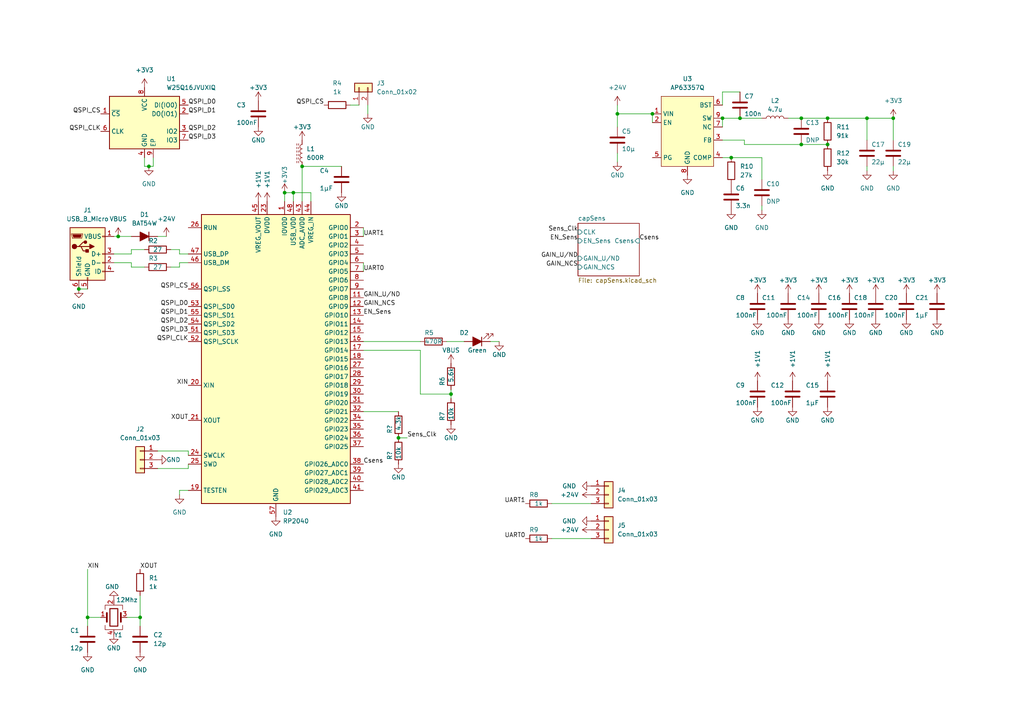
<source format=kicad_sch>
(kicad_sch (version 20211123) (generator eeschema)
  (paper "A4")
  (lib_symbols
    (symbol "Bergi:AP63357Q"
      (property "Reference" "U" (at -6.35 11.43 0))
      (property "Value" "AP63357Q" (at -2.54 8.89 0))
      (symbol "AP63357Q_0_1"
        (rectangle (start -7.62 7.62) (end 7.62 -12.7) (fill (type background)))
      )
      (symbol "AP63357Q_1_1"
        (pin unspecified line (at -10.16 2.54 0) (length 2.54) (name "VIN") (number "1"))
        (pin unspecified line (at -10.16 0 0) (length 2.54) (name "EN") (number "2"))
        (pin unspecified line (at 10.16 -5.08 180) (length 2.54) (name "FB") (number "3"))
        (pin unspecified line (at 10.16 -10.16 180) (length 2.54) (name "COMP") (number "4"))
        (pin unspecified line (at -10.16 -10.16 0) (length 2.54) (name "PG") (number "5"))
        (pin unspecified line (at 10.16 5.08 180) (length 2.54) (name "BST") (number "6"))
        (pin unspecified line (at 10.16 -1.27 180) (length 2.54) (name "NC") (number "7"))
        (pin unspecified line (at 0 -15.24 90) (length 2.54) (name "GND") (number "8"))
        (pin unspecified line (at 10.16 1.27 180) (length 2.54) (name "SW") (number "9"))
      )
    )
    (symbol "Bergi:W25Q16JVUXIQ"
      (property "Reference" "U" (at -8.89 8.89 0))
      (property "Value" "W25Q16JVUXIQ" (at 7.62 8.89 0))
      (symbol "W25Q16JVUXIQ_0_1"
        (rectangle (start -10.16 7.62) (end 10.16 -7.62) (stroke (width 0.254)) (fill (type background)))
      )
      (symbol "W25Q16JVUXIQ_1_1"
        (pin input line (at -12.7 2.54 0) (length 2.54) (name "~{CS}") (number "1"))
        (pin bidirectional line (at 12.7 2.54 180) (length 2.54) (name "DO(IO1)") (number "2"))
        (pin bidirectional line (at 12.7 -2.54 180) (length 2.54) (name "IO2") (number "3"))
        (pin power_in line (at 0 -10.16 90) (length 2.54) (name "GND") (number "4"))
        (pin bidirectional line (at 12.7 5.08 180) (length 2.54) (name "DI(IO0)") (number "5"))
        (pin input line (at -12.7 -2.54 0) (length 2.54) (name "CLK") (number "6"))
        (pin bidirectional line (at 12.7 -5.08 180) (length 2.54) (name "IO3") (number "7"))
        (pin power_in line (at 0 10.16 270) (length 2.54) (name "VCC") (number "8"))
        (pin passive line (at 2.54 -10.16 90) (length 2.54) (name "EP") (number "9"))
      )
    )
    (symbol "Connector:USB_B_Micro" (pin_names (offset 1.016))
      (property "Reference" "J" (at -5.08 11.43 0))
      (property "Value" "USB_B_Micro" (at -5.08 8.89 0))
      (symbol "USB_B_Micro_0_1"
        (rectangle (start -5.08 -7.62) (end 5.08 7.62) (stroke (width 0.254)) (fill (type background)))
        (circle (center -3.81 2.159) (radius 0.635) (stroke (width 0.254)) (fill (type outline)))
        (circle (center -0.635 3.429) (radius 0.381) (stroke (width 0.254)) (fill (type outline)))
        (rectangle (start -0.127 -7.62) (end 0.127 -6.858))
        (polyline (pts (xy -1.905 2.159) (xy 0.635 2.159)) (stroke (width 0.254)))
        (polyline (pts (xy -3.175 2.159) (xy -2.54 2.159) (xy -1.27 3.429) (xy -0.635 3.429)) (stroke (width 0.254)))
        (polyline (pts (xy -2.54 2.159) (xy -1.905 2.159) (xy -1.27 0.889) (xy 0 0.889)) (stroke (width 0.254)))
        (polyline (pts (xy 0.635 2.794) (xy 0.635 1.524) (xy 1.905 2.159) (xy 0.635 2.794)) (stroke (width 0.254)) (fill (type outline)))
        (polyline (pts (xy -4.318 5.588) (xy -1.778 5.588) (xy -2.032 4.826) (xy -4.064 4.826) (xy -4.318 5.588)) (fill (type outline)))
        (polyline (pts (xy -4.699 5.842) (xy -4.699 5.588) (xy -4.445 4.826) (xy -4.445 4.572) (xy -1.651 4.572) (xy -1.651 4.826) (xy -1.397 5.588) (xy -1.397 5.842) (xy -4.699 5.842)))
        (rectangle (start 0.254 1.27) (end -0.508 0.508) (stroke (width 0.254)) (fill (type outline)))
        (rectangle (start 5.08 -5.207) (end 4.318 -4.953))
        (rectangle (start 5.08 -2.667) (end 4.318 -2.413))
        (rectangle (start 5.08 -0.127) (end 4.318 0.127))
        (rectangle (start 5.08 4.953) (end 4.318 5.207))
      )
      (symbol "USB_B_Micro_1_1"
        (pin power_out line (at 7.62 5.08 180) (length 2.54) (name "VBUS") (number "1"))
        (pin bidirectional line (at 7.62 -2.54 180) (length 2.54) (name "D-") (number "2"))
        (pin bidirectional line (at 7.62 0 180) (length 2.54) (name "D+") (number "3"))
        (pin passive line (at 7.62 -5.08 180) (length 2.54) (name "ID") (number "4"))
        (pin power_out line (at 0 -10.16 90) (length 2.54) (name "GND") (number "5"))
        (pin passive line (at -2.54 -10.16 90) (length 2.54) (name "Shield") (number "6"))
      )
    )
    (symbol "Connector_Generic:Conn_01x02" (pin_names (offset 1.016) hide)
      (property "Reference" "J" (at 0 2.54 0))
      (property "Value" "Conn_01x02" (at 0 -5.08 0))
      (symbol "Conn_01x02_1_1"
        (rectangle (start -1.27 -2.413) (end 0 -2.667) (stroke (width 0.1524)))
        (rectangle (start -1.27 0.127) (end 0 -0.127) (stroke (width 0.1524)))
        (rectangle (start -1.27 1.27) (end 1.27 -3.81) (stroke (width 0.254)) (fill (type background)))
        (pin passive line (at -5.08 0 0) (length 3.81) (name "Pin_1") (number "1"))
        (pin passive line (at -5.08 -2.54 0) (length 3.81) (name "Pin_2") (number "2"))
      )
    )
    (symbol "Connector_Generic:Conn_01x03" (pin_names (offset 1.016) hide)
      (property "Reference" "J" (at 0 5.08 0))
      (property "Value" "Conn_01x03" (at 0 -5.08 0))
      (symbol "Conn_01x03_1_1"
        (rectangle (start -1.27 -2.413) (end 0 -2.667) (stroke (width 0.1524)))
        (rectangle (start -1.27 0.127) (end 0 -0.127) (stroke (width 0.1524)))
        (rectangle (start -1.27 2.667) (end 0 2.413) (stroke (width 0.1524)))
        (rectangle (start -1.27 3.81) (end 1.27 -3.81) (stroke (width 0.254)) (fill (type background)))
        (pin passive line (at -5.08 2.54 0) (length 3.81) (name "Pin_1") (number "1"))
        (pin passive line (at -5.08 0 0) (length 3.81) (name "Pin_2") (number "2"))
        (pin passive line (at -5.08 -2.54 0) (length 3.81) (name "Pin_3") (number "3"))
      )
    )
    (symbol "Device:C" (pin_numbers hide) (pin_names (offset 0.254))
      (property "Reference" "C" (at 0.635 2.54 0))
      (property "Value" "C" (at 0.635 -2.54 0))
      (symbol "C_0_1"
        (polyline (pts (xy -2.032 -0.762) (xy 2.032 -0.762)) (stroke (width 0.508)))
        (polyline (pts (xy -2.032 0.762) (xy 2.032 0.762)) (stroke (width 0.508)))
      )
      (symbol "C_1_1"
        (pin passive line (at 0 3.81 270) (length 2.794) (name "~") (number "1"))
        (pin passive line (at 0 -3.81 90) (length 2.794) (name "~") (number "2"))
      )
    )
    (symbol "Device:Crystal_GND24" (pin_names (offset 1.016) hide)
      (property "Reference" "Y" (at 3.175 5.08 0))
      (property "Value" "Crystal_GND24" (at 3.175 3.175 0))
      (symbol "Crystal_GND24_0_1"
        (rectangle (start -1.143 2.54) (end 1.143 -2.54) (stroke (width 0.3048)))
        (polyline (pts (xy -2.54 0) (xy -2.032 0)))
        (polyline (pts (xy -2.032 -1.27) (xy -2.032 1.27)) (stroke (width 0.508)))
        (polyline (pts (xy 0 -3.81) (xy 0 -3.556)))
        (polyline (pts (xy 0 3.556) (xy 0 3.81)))
        (polyline (pts (xy 2.032 -1.27) (xy 2.032 1.27)) (stroke (width 0.508)))
        (polyline (pts (xy 2.032 0) (xy 2.54 0)))
        (polyline (pts (xy -2.54 -2.286) (xy -2.54 -3.556) (xy 2.54 -3.556) (xy 2.54 -2.286)))
        (polyline (pts (xy -2.54 2.286) (xy -2.54 3.556) (xy 2.54 3.556) (xy 2.54 2.286)))
      )
      (symbol "Crystal_GND24_1_1"
        (pin passive line (at -3.81 0 0) (length 1.27) (name "1") (number "1"))
        (pin passive line (at 0 5.08 270) (length 1.27) (name "2") (number "2"))
        (pin passive line (at 3.81 0 180) (length 1.27) (name "3") (number "3"))
        (pin passive line (at 0 -5.08 90) (length 1.27) (name "4") (number "4"))
      )
    )
    (symbol "Device:D_Filled" (pin_numbers hide) (pin_names (offset 1.016) hide)
      (property "Reference" "D" (at 0 2.54 0))
      (property "Value" "D_Filled" (at 0 -2.54 0))
      (symbol "D_Filled_0_1"
        (polyline (pts (xy -1.27 1.27) (xy -1.27 -1.27)) (stroke (width 0.254)))
        (polyline (pts (xy 1.27 0) (xy -1.27 0)))
        (polyline (pts (xy 1.27 1.27) (xy 1.27 -1.27) (xy -1.27 0) (xy 1.27 1.27)) (stroke (width 0.254)) (fill (type outline)))
      )
      (symbol "D_Filled_1_1"
        (pin passive line (at -3.81 0 0) (length 2.54) (name "K") (number "1"))
        (pin passive line (at 3.81 0 180) (length 2.54) (name "A") (number "2"))
      )
    )
    (symbol "Device:L" (pin_numbers hide) (pin_names (offset 1.016) hide)
      (property "Reference" "L" (at -1.27 0 90))
      (property "Value" "L" (at 1.905 0 90))
      (symbol "L_0_1"
        (arc (start 0 -2.54) (mid 0.635 -1.905) (end 0 -1.27))
        (arc (start 0 -1.27) (mid 0.635 -0.635) (end 0 0))
        (arc (start 0 0) (mid 0.635 0.635) (end 0 1.27))
        (arc (start 0 1.27) (mid 0.635 1.905) (end 0 2.54))
      )
      (symbol "L_1_1"
        (pin passive line (at 0 3.81 270) (length 1.27) (name "1") (number "1"))
        (pin passive line (at 0 -3.81 90) (length 1.27) (name "2") (number "2"))
      )
    )
    (symbol "Device:LED_Filled" (pin_numbers hide) (pin_names (offset 1.016) hide)
      (property "Reference" "D" (at 0 2.54 0))
      (property "Value" "LED_Filled" (at 0 -2.54 0))
      (symbol "LED_Filled_0_1"
        (polyline (pts (xy -1.27 -1.27) (xy -1.27 1.27)) (stroke (width 0.254)))
        (polyline (pts (xy -1.27 0) (xy 1.27 0)))
        (polyline (pts (xy 1.27 -1.27) (xy 1.27 1.27) (xy -1.27 0) (xy 1.27 -1.27)) (stroke (width 0.254)) (fill (type outline)))
        (polyline (pts (xy -3.048 -0.762) (xy -4.572 -2.286) (xy -3.81 -2.286) (xy -4.572 -2.286) (xy -4.572 -1.524)))
        (polyline (pts (xy -1.778 -0.762) (xy -3.302 -2.286) (xy -2.54 -2.286) (xy -3.302 -2.286) (xy -3.302 -1.524)))
      )
      (symbol "LED_Filled_1_1"
        (pin passive line (at -3.81 0 0) (length 2.54) (name "K") (number "1"))
        (pin passive line (at 3.81 0 180) (length 2.54) (name "A") (number "2"))
      )
    )
    (symbol "Device:L_Ferrite" (pin_numbers hide) (pin_names (offset 1.016) hide)
      (property "Reference" "L" (at -1.27 0 90))
      (property "Value" "L_Ferrite" (at 2.794 0 90))
      (symbol "L_Ferrite_0_1"
        (arc (start 0 -2.54) (mid 0.635 -1.905) (end 0 -1.27))
        (arc (start 0 -1.27) (mid 0.635 -0.635) (end 0 0))
        (polyline (pts (xy 1.016 -2.794) (xy 1.016 -2.286)))
        (polyline (pts (xy 1.016 -1.778) (xy 1.016 -1.27)))
        (polyline (pts (xy 1.016 -0.762) (xy 1.016 -0.254)))
        (polyline (pts (xy 1.016 0.254) (xy 1.016 0.762)))
        (polyline (pts (xy 1.016 1.27) (xy 1.016 1.778)))
        (polyline (pts (xy 1.016 2.286) (xy 1.016 2.794)))
        (polyline (pts (xy 1.524 -2.286) (xy 1.524 -2.794)))
        (polyline (pts (xy 1.524 -1.27) (xy 1.524 -1.778)))
        (polyline (pts (xy 1.524 -0.254) (xy 1.524 -0.762)))
        (polyline (pts (xy 1.524 0.762) (xy 1.524 0.254)))
        (polyline (pts (xy 1.524 1.778) (xy 1.524 1.27)))
        (polyline (pts (xy 1.524 2.794) (xy 1.524 2.286)))
        (arc (start 0 0) (mid 0.635 0.635) (end 0 1.27))
        (arc (start 0 1.27) (mid 0.635 1.905) (end 0 2.54))
      )
      (symbol "L_Ferrite_1_1"
        (pin passive line (at 0 3.81 270) (length 1.27) (name "1") (number "1"))
        (pin passive line (at 0 -3.81 90) (length 1.27) (name "2") (number "2"))
      )
    )
    (symbol "Device:R" (pin_numbers hide) (pin_names (offset 0))
      (property "Reference" "R" (at 2.032 0 90))
      (property "Value" "R" (at 0 0 90))
      (symbol "R_0_1"
        (rectangle (start -1.016 -2.54) (end 1.016 2.54) (stroke (width 0.254)))
      )
      (symbol "R_1_1"
        (pin passive line (at 0 3.81 270) (length 1.27) (name "~") (number "1"))
        (pin passive line (at 0 -3.81 90) (length 1.27) (name "~") (number "2"))
      )
    )
    (symbol "MCU_RaspberryPi:RP2040"
      (property "Reference" "U" (at 17.78 45.72 0))
      (property "Value" "RP2040" (at 17.78 43.18 0))
      (symbol "RP2040_0_1"
        (rectangle (start -21.59 41.91) (end 21.59 -41.91) (stroke (width 0.254)) (fill (type background)))
      )
      (symbol "RP2040_1_1"
        (pin power_in line (at 2.54 45.72 270) (length 3.81) (name "IOVDD") (number "1"))
        (pin passive line (at 2.54 45.72 270) (length 3.81) hide (name "IOVDD") (number "10"))
        (pin bidirectional line (at 25.4 17.78 180) (length 3.81) (name "GPIO8") (number "11"))
        (pin bidirectional line (at 25.4 15.24 180) (length 3.81) (name "GPIO9") (number "12"))
        (pin bidirectional line (at 25.4 12.7 180) (length 3.81) (name "GPIO10") (number "13"))
        (pin bidirectional line (at 25.4 10.16 180) (length 3.81) (name "GPIO11") (number "14"))
        (pin bidirectional line (at 25.4 7.62 180) (length 3.81) (name "GPIO12") (number "15"))
        (pin bidirectional line (at 25.4 5.08 180) (length 3.81) (name "GPIO13") (number "16"))
        (pin bidirectional line (at 25.4 2.54 180) (length 3.81) (name "GPIO14") (number "17"))
        (pin bidirectional line (at 25.4 0 180) (length 3.81) (name "GPIO15") (number "18"))
        (pin input line (at -25.4 -38.1 0) (length 3.81) (name "TESTEN") (number "19"))
        (pin bidirectional line (at 25.4 38.1 180) (length 3.81) (name "GPIO0") (number "2"))
        (pin input line (at -25.4 -7.62 0) (length 3.81) (name "XIN") (number "20"))
        (pin passive line (at -25.4 -17.78 0) (length 3.81) (name "XOUT") (number "21"))
        (pin passive line (at 2.54 45.72 270) (length 3.81) hide (name "IOVDD") (number "22"))
        (pin power_in line (at -2.54 45.72 270) (length 3.81) (name "DVDD") (number "23"))
        (pin output line (at -25.4 -27.94 0) (length 3.81) (name "SWCLK") (number "24"))
        (pin bidirectional line (at -25.4 -30.48 0) (length 3.81) (name "SWD") (number "25"))
        (pin input line (at -25.4 38.1 0) (length 3.81) (name "RUN") (number "26"))
        (pin bidirectional line (at 25.4 -2.54 180) (length 3.81) (name "GPIO16") (number "27"))
        (pin bidirectional line (at 25.4 -5.08 180) (length 3.81) (name "GPIO17") (number "28"))
        (pin bidirectional line (at 25.4 -7.62 180) (length 3.81) (name "GPIO18") (number "29"))
        (pin bidirectional line (at 25.4 35.56 180) (length 3.81) (name "GPIO1") (number "3"))
        (pin bidirectional line (at 25.4 -10.16 180) (length 3.81) (name "GPIO19") (number "30"))
        (pin bidirectional line (at 25.4 -12.7 180) (length 3.81) (name "GPIO20") (number "31"))
        (pin bidirectional line (at 25.4 -15.24 180) (length 3.81) (name "GPIO21") (number "32"))
        (pin passive line (at 2.54 45.72 270) (length 3.81) hide (name "IOVDD") (number "33"))
        (pin bidirectional line (at 25.4 -17.78 180) (length 3.81) (name "GPIO22") (number "34"))
        (pin bidirectional line (at 25.4 -20.32 180) (length 3.81) (name "GPIO23") (number "35"))
        (pin bidirectional line (at 25.4 -22.86 180) (length 3.81) (name "GPIO24") (number "36"))
        (pin bidirectional line (at 25.4 -25.4 180) (length 3.81) (name "GPIO25") (number "37"))
        (pin bidirectional line (at 25.4 -30.48 180) (length 3.81) (name "GPIO26_ADC0") (number "38"))
        (pin bidirectional line (at 25.4 -33.02 180) (length 3.81) (name "GPIO27_ADC1") (number "39"))
        (pin bidirectional line (at 25.4 33.02 180) (length 3.81) (name "GPIO2") (number "4"))
        (pin bidirectional line (at 25.4 -35.56 180) (length 3.81) (name "GPIO28_ADC2") (number "40"))
        (pin bidirectional line (at 25.4 -38.1 180) (length 3.81) (name "GPIO29_ADC3") (number "41"))
        (pin passive line (at 2.54 45.72 270) (length 3.81) hide (name "IOVDD") (number "42"))
        (pin power_in line (at 7.62 45.72 270) (length 3.81) (name "ADC_AVDD") (number "43"))
        (pin power_in line (at 10.16 45.72 270) (length 3.81) (name "VREG_IN") (number "44"))
        (pin power_out line (at -5.08 45.72 270) (length 3.81) (name "VREG_VOUT") (number "45"))
        (pin bidirectional line (at -25.4 27.94 0) (length 3.81) (name "USB_DM") (number "46"))
        (pin bidirectional line (at -25.4 30.48 0) (length 3.81) (name "USB_DP") (number "47"))
        (pin power_in line (at 5.08 45.72 270) (length 3.81) (name "USB_VDD") (number "48"))
        (pin passive line (at 2.54 45.72 270) (length 3.81) hide (name "IOVDD") (number "49"))
        (pin bidirectional line (at 25.4 30.48 180) (length 3.81) (name "GPIO3") (number "5"))
        (pin passive line (at -2.54 45.72 270) (length 3.81) hide (name "DVDD") (number "50"))
        (pin bidirectional line (at -25.4 7.62 0) (length 3.81) (name "QSPI_SD3") (number "51"))
        (pin output line (at -25.4 5.08 0) (length 3.81) (name "QSPI_SCLK") (number "52"))
        (pin bidirectional line (at -25.4 15.24 0) (length 3.81) (name "QSPI_SD0") (number "53"))
        (pin bidirectional line (at -25.4 10.16 0) (length 3.81) (name "QSPI_SD2") (number "54"))
        (pin bidirectional line (at -25.4 12.7 0) (length 3.81) (name "QSPI_SD1") (number "55"))
        (pin bidirectional line (at -25.4 20.32 0) (length 3.81) (name "QSPI_SS") (number "56"))
        (pin power_in line (at 0 -45.72 90) (length 3.81) (name "GND") (number "57"))
        (pin bidirectional line (at 25.4 27.94 180) (length 3.81) (name "GPIO4") (number "6"))
        (pin bidirectional line (at 25.4 25.4 180) (length 3.81) (name "GPIO5") (number "7"))
        (pin bidirectional line (at 25.4 22.86 180) (length 3.81) (name "GPIO6") (number "8"))
        (pin bidirectional line (at 25.4 20.32 180) (length 3.81) (name "GPIO7") (number "9"))
      )
    )
    (symbol "power:+1V1" (power) (pin_names (offset 0))
      (property "Value" "+1V1" (at 0 3.556 0))
      (symbol "+1V1_0_1"
        (polyline (pts (xy -0.762 1.27) (xy 0 2.54)))
        (polyline (pts (xy 0 0) (xy 0 2.54)))
        (polyline (pts (xy 0 2.54) (xy 0.762 1.27)))
      )
      (symbol "+1V1_1_1"
        (pin power_in line (at 0 0 90) (length 0) hide (name "+1V1") (number "1"))
      )
    )
    (symbol "power:+24V" (power) (pin_names (offset 0))
      (property "Value" "+24V" (at 0 3.556 0))
      (symbol "+24V_0_1"
        (polyline (pts (xy -0.762 1.27) (xy 0 2.54)))
        (polyline (pts (xy 0 0) (xy 0 2.54)))
        (polyline (pts (xy 0 2.54) (xy 0.762 1.27)))
      )
      (symbol "+24V_1_1"
        (pin power_in line (at 0 0 90) (length 0) hide (name "+24V") (number "1"))
      )
    )
    (symbol "power:+3V3" (power) (pin_names (offset 0))
      (property "Value" "+3V3" (at 0 3.556 0))
      (symbol "+3V3_0_1"
        (polyline (pts (xy -0.762 1.27) (xy 0 2.54)))
        (polyline (pts (xy 0 0) (xy 0 2.54)))
        (polyline (pts (xy 0 2.54) (xy 0.762 1.27)))
      )
      (symbol "+3V3_1_1"
        (pin power_in line (at 0 0 90) (length 0) hide (name "+3V3") (number "1"))
      )
    )
    (symbol "power:GND" (power) (pin_names (offset 0))
      (property "Value" "GND" (at 0 -3.81 0))
      (symbol "GND_0_1"
        (polyline (pts (xy 0 0) (xy 0 -1.27) (xy 1.27 -1.27) (xy 0 -2.54) (xy -1.27 -1.27) (xy 0 -1.27)))
      )
      (symbol "GND_1_1"
        (pin power_in line (at 0 0 270) (length 0) hide (name "GND") (number "1"))
      )
    )
    (symbol "power:VBUS" (power) (pin_names (offset 0))
      (property "Value" "VBUS" (at 0 3.81 0))
      (symbol "VBUS_0_1"
        (polyline (pts (xy -0.762 1.27) (xy 0 2.54)))
        (polyline (pts (xy 0 0) (xy 0 2.54)))
        (polyline (pts (xy 0 2.54) (xy 0.762 1.27)))
      )
      (symbol "VBUS_1_1"
        (pin power_in line (at 0 0 90) (length 0) hide (name "VBUS") (number "1"))
      )
    )
  )
  (junction (at 34.29 68.58))
  (junction (at 43.18 48.26))
  (junction (at 240.03 41.91))
  (junction (at 40.64 179.07))
  (junction (at 214.63 34.29))
  (junction (at 85.09 55.88))
  (junction (at 130.81 114.3))
  (junction (at 232.41 41.91))
  (junction (at 251.46 34.29))
  (junction (at 232.41 34.29))
  (junction (at 212.09 45.72))
  (junction (at 115.57 127))
  (junction (at 259.08 34.29))
  (junction (at 22.86 83.82))
  (junction (at 179.07 33.02))
  (junction (at 240.03 34.29))
  (junction (at 25.4 179.07))
  (junction (at 87.63 48.26))
  (junction (at 209.55 34.29))
  (junction (at 189.23 33.02))
  (junction (at 82.55 55.88))
  (wire (pts (xy 52.07 72.39) (xy 49.53 72.39)))
  (wire (pts (xy 121.92 101.6) (xy 121.92 114.3)))
  (wire (pts (xy 101.6 30.48) (xy 104.14 30.48)))
  (wire (pts (xy 38.1 77.47) (xy 41.91 77.47)))
  (wire (pts (xy 41.91 48.26) (xy 43.18 48.26)))
  (wire (pts (xy 87.63 58.42) (xy 87.63 48.26)))
  (wire (pts (xy 52.07 143.51) (xy 52.07 142.24)))
  (wire (pts (xy 209.55 40.64) (xy 215.9 40.64)))
  (wire (pts (xy 25.4 179.07) (xy 29.21 179.07)))
  (wire (pts (xy 215.9 41.91) (xy 232.41 41.91)))
  (wire (pts (xy 52.07 142.24) (xy 54.61 142.24)))
  (wire (pts (xy 179.07 30.48) (xy 179.07 33.02)))
  (wire (pts (xy 240.03 34.29) (xy 251.46 34.29)))
  (wire (pts (xy 25.4 165.1) (xy 25.4 179.07)))
  (wire (pts (xy 179.07 33.02) (xy 189.23 33.02)))
  (wire (pts (xy 54.61 132.08) (xy 54.61 130.81)))
  (wire (pts (xy 259.08 40.64) (xy 259.08 34.29)))
  (wire (pts (xy 259.08 49.53) (xy 259.08 48.26)))
  (wire (pts (xy 251.46 49.53) (xy 251.46 48.26)))
  (wire (pts (xy 144.78 99.06) (xy 142.24 99.06)))
  (wire (pts (xy 209.55 36.83) (xy 209.55 34.29)))
  (wire (pts (xy 85.09 55.88) (xy 90.17 55.88)))
  (wire (pts (xy 34.29 68.58) (xy 38.1 68.58)))
  (wire (pts (xy 36.83 179.07) (xy 40.64 179.07)))
  (wire (pts (xy 220.98 60.96) (xy 220.98 59.69)))
  (wire (pts (xy 33.02 68.58) (xy 34.29 68.58)))
  (wire (pts (xy 105.41 99.06) (xy 121.92 99.06)))
  (wire (pts (xy 130.81 114.3) (xy 130.81 115.57)))
  (wire (pts (xy 43.18 48.26) (xy 44.45 48.26)))
  (wire (pts (xy 44.45 48.26) (xy 44.45 45.72)))
  (wire (pts (xy 87.63 48.26) (xy 99.06 48.26)))
  (wire (pts (xy 212.09 45.72) (xy 209.55 45.72)))
  (wire (pts (xy 220.98 45.72) (xy 212.09 45.72)))
  (wire (pts (xy 160.02 156.21) (xy 171.45 156.21)))
  (wire (pts (xy 209.55 26.67) (xy 214.63 26.67)))
  (wire (pts (xy 49.53 77.47) (xy 52.07 77.47)))
  (wire (pts (xy 45.72 135.89) (xy 54.61 135.89)))
  (wire (pts (xy 130.81 113.03) (xy 130.81 114.3)))
  (wire (pts (xy 82.55 55.88) (xy 82.55 58.42)))
  (wire (pts (xy 259.08 34.29) (xy 251.46 34.29)))
  (wire (pts (xy 251.46 34.29) (xy 251.46 40.64)))
  (wire (pts (xy 129.54 99.06) (xy 134.62 99.06)))
  (wire (pts (xy 220.98 52.07) (xy 220.98 45.72)))
  (wire (pts (xy 105.41 101.6) (xy 121.92 101.6)))
  (wire (pts (xy 189.23 33.02) (xy 189.23 35.56)))
  (wire (pts (xy 41.91 45.72) (xy 41.91 48.26)))
  (wire (pts (xy 105.41 119.38) (xy 115.57 119.38)))
  (wire (pts (xy 85.09 55.88) (xy 85.09 58.42)))
  (wire (pts (xy 160.02 146.05) (xy 171.45 146.05)))
  (wire (pts (xy 232.41 34.29) (xy 240.03 34.29)))
  (wire (pts (xy 41.91 72.39) (xy 38.1 72.39)))
  (wire (pts (xy 54.61 130.81) (xy 45.72 130.81)))
  (wire (pts (xy 232.41 41.91) (xy 240.03 41.91)))
  (wire (pts (xy 33.02 76.2) (xy 38.1 76.2)))
  (wire (pts (xy 105.41 76.2) (xy 105.41 78.74)))
  (wire (pts (xy 45.72 68.58) (xy 48.26 68.58)))
  (wire (pts (xy 105.41 66.04) (xy 105.41 68.58)))
  (wire (pts (xy 40.64 179.07) (xy 40.64 181.61)))
  (wire (pts (xy 82.55 55.88) (xy 85.09 55.88)))
  (wire (pts (xy 54.61 73.66) (xy 52.07 73.66)))
  (wire (pts (xy 106.68 30.48) (xy 106.68 33.02)))
  (wire (pts (xy 54.61 135.89) (xy 54.61 134.62)))
  (wire (pts (xy 179.07 36.83) (xy 179.07 33.02)))
  (wire (pts (xy 52.07 73.66) (xy 52.07 72.39)))
  (wire (pts (xy 25.4 181.61) (xy 25.4 179.07)))
  (wire (pts (xy 22.86 83.82) (xy 25.4 83.82)))
  (wire (pts (xy 121.92 114.3) (xy 130.81 114.3)))
  (wire (pts (xy 52.07 77.47) (xy 52.07 76.2)))
  (wire (pts (xy 179.07 46.99) (xy 179.07 44.45)))
  (wire (pts (xy 90.17 55.88) (xy 90.17 58.42)))
  (wire (pts (xy 40.64 172.72) (xy 40.64 179.07)))
  (wire (pts (xy 209.55 30.48) (xy 209.55 26.67)))
  (wire (pts (xy 209.55 34.29) (xy 214.63 34.29)))
  (wire (pts (xy 52.07 76.2) (xy 54.61 76.2)))
  (wire (pts (xy 38.1 72.39) (xy 38.1 73.66)))
  (wire (pts (xy 228.6 34.29) (xy 232.41 34.29)))
  (wire (pts (xy 38.1 73.66) (xy 33.02 73.66)))
  (wire (pts (xy 115.57 127) (xy 118.11 127)))
  (wire (pts (xy 215.9 40.64) (xy 215.9 41.91)))
  (wire (pts (xy 214.63 34.29) (xy 220.98 34.29)))
  (wire (pts (xy 38.1 76.2) (xy 38.1 77.47)))
  (label "GAIN_U{slash}ND" (at 105.41 86.36 0))
  (label "QSPI_CS" (at 93.98 30.48 180))
  (label "QSPI_CS" (at 54.61 83.82 180))
  (label "QSPI_CS" (at 29.21 33.02 180))
  (label "UART1" (at 105.41 68.58 0))
  (label "QSPI_CLK" (at 54.61 99.06 180))
  (label "Csens" (at 105.41 134.62 0))
  (label "Sens_Clk" (at 118.11 127 0))
  (label "EN_Sens" (at 167.64 69.85 180))
  (label "QSPI_D0" (at 54.61 30.48 0))
  (label "XOUT" (at 54.61 121.92 180))
  (label "QSPI_D2" (at 54.61 93.98 180))
  (label "UART0" (at 105.41 78.74 0))
  (label "UART0" (at 152.4 156.21 180))
  (label "UART1" (at 152.4 146.05 180))
  (label "XIN" (at 54.61 111.76 180))
  (label "GAIN_NCS" (at 105.41 88.9 0))
  (label "GAIN_NCS" (at 167.64 77.47 180))
  (label "QSPI_D1" (at 54.61 33.02 0))
  (label "Sens_Clk" (at 167.64 67.31 180))
  (label "XIN" (at 25.4 165.1 0))
  (label "QSPI_CLK" (at 29.21 38.1 180))
  (label "XOUT" (at 40.64 165.1 0))
  (label "QSPI_D3" (at 54.61 96.52 180))
  (label "QSPI_D0" (at 54.61 88.9 180))
  (label "Csens" (at 185.42 69.85 0))
  (label "QSPI_D3" (at 54.61 40.64 0))
  (label "EN_Sens" (at 105.41 91.44 0))
  (label "QSPI_D2" (at 54.61 38.1 0))
  (label "QSPI_D1" (at 54.61 91.44 180))
  (label "GAIN_U{slash}ND" (at 167.64 74.93 180))
  (symbol (lib_id "Device:C") (at 40.64 185.42 0) (unit 1)
    (property "Reference" "C2" (at 44.45 184.1499 0) (effects (justify left)))
    (property "Value" "12p" (at 44.45 186.6899 0) (effects (justify left)))
    (property "Footprint" "Capacitor_SMD:C_0603_1608Metric" (effects hide))
  )
  (symbol (lib_id "power:GND") (at 115.57 134.62 0) (unit 1)
    (property "Reference" "#PWR?" (effects hide))
    (property "Value" "GND" (at 115.57 138.43 0))
  )
  (symbol (lib_id "Device:C") (at 271.78 88.9 0) (unit 1)
    (property "Reference" "C21" (at 265.43 86.36 0) (effects (justify left)))
    (property "Value" "1µF" (at 265.43 91.44 0) (effects (justify left)))
    (property "Footprint" "Capacitor_SMD:C_0603_1608Metric" (effects hide))
  )
  (symbol (lib_id "power:+3V3") (at 246.38 85.09 0) (unit 1)
    (property "Reference" "#PWR046" (effects hide))
    (property "Value" "+3V3" (at 246.38 81.28 0))
  )
  (symbol (lib_id "power:GND") (at 22.86 83.82 0) (unit 1)
    (property "Reference" "#PWR01" (effects hide))
    (property "Value" "GND" (at 22.86 88.9 0))
  )
  (symbol (lib_id "Device:L_Ferrite") (at 87.63 44.45 180) (unit 1)
    (property "Reference" "L1" (at 88.9 43.1799 0) (effects (justify right)))
    (property "Value" "600R" (at 88.9 45.7199 0) (effects (justify right)))
    (property "Footprint" "Inductor_SMD:L_0603_1608Metric" (effects hide))
  )
  (symbol (lib_id "Device:D_Filled") (at 41.91 68.58 180) (unit 1)
    (property "Reference" "D1" (at 41.91 62.23 0))
    (property "Value" "BAT54W" (at 41.91 64.77 0))
    (property "Footprint" "Diode_SMD:D_SOD-323" (effects hide))
  )
  (symbol (lib_id "Device:C") (at 220.98 55.88 180) (unit 1)
    (property "Reference" "C10" (at 222.25 53.34 0) (effects (justify right)))
    (property "Value" "DNP" (at 222.25 58.42 0) (effects (justify right)))
    (property "Footprint" "Capacitor_SMD:C_0603_1608Metric" (effects hide))
  )
  (symbol (lib_id "Device:C") (at 240.03 114.3 0) (unit 1)
    (property "Reference" "C15" (at 233.68 111.76 0) (effects (justify left)))
    (property "Value" "1µF" (at 233.68 116.84 0) (effects (justify left)))
    (property "Footprint" "Capacitor_SMD:C_0603_1608Metric" (effects hide))
  )
  (symbol (lib_id "power:+3V3") (at 82.55 55.88 0) (unit 1)
    (property "Reference" "#PWR017" (effects hide))
    (property "Value" "+3V3" (at 82.55 50.8 90))
  )
  (symbol (lib_id "Device:C") (at 228.6 88.9 0) (unit 1)
    (property "Reference" "C11" (at 220.98 86.36 0) (effects (justify left)))
    (property "Value" "100nF" (at 222.25 91.44 0) (effects (justify left)))
    (property "Footprint" "Capacitor_SMD:C_0603_1608Metric" (effects hide))
  )
  (symbol (lib_id "Device:R") (at 156.21 146.05 270) (unit 1)
    (property "Reference" "R8" (at 156.21 143.51 90) (effects (justify right)))
    (property "Value" "1k" (at 157.48 146.05 90) (effects (justify right)))
    (property "Footprint" "Resistor_SMD:R_0603_1608Metric" (effects hide))
  )
  (symbol (lib_id "Device:C") (at 219.71 114.3 0) (unit 1)
    (property "Reference" "C9" (at 213.36 111.76 0) (effects (justify left)))
    (property "Value" "100nF" (at 213.36 116.84 0) (effects (justify left)))
    (property "Footprint" "Capacitor_SMD:C_0603_1608Metric" (effects hide))
  )
  (symbol (lib_id "power:GND") (at 237.49 92.71 0) (unit 1)
    (property "Reference" "#PWR042" (effects hide))
    (property "Value" "GND" (at 237.49 96.52 0))
  )
  (symbol (lib_id "power:GND") (at 259.08 49.53 0) (unit 1)
    (property "Reference" "#PWR052" (effects hide))
    (property "Value" "GND" (at 259.08 54.61 0))
  )
  (symbol (lib_id "Connector:USB_B_Micro") (at 25.4 73.66 0) (unit 1)
    (property "Reference" "J1" (at 25.4 60.96 0))
    (property "Value" "USB_B_Micro" (at 25.4 63.5 0))
    (property "Footprint" "Connector_USB:USB_Micro-B_GCT_USB3076-30-A" (effects hide))
    (property "HTN" "USB3076-30, USB3075-30" (effects hide))
  )
  (symbol (lib_id "power:+3V3") (at 41.91 25.4 0) (unit 1)
    (property "Reference" "#PWR07" (effects hide))
    (property "Value" "+3V3" (at 41.91 20.32 0))
  )
  (symbol (lib_id "power:GND") (at 199.39 50.8 0) (unit 1)
    (property "Reference" "#PWR030" (effects hide))
    (property "Value" "GND" (at 199.39 55.88 0))
  )
  (symbol (lib_id "Device:R") (at 125.73 99.06 90) (unit 1)
    (property "Reference" "R5" (at 124.46 96.52 90))
    (property "Value" "470R" (at 125.73 99.06 90))
    (property "Footprint" "Resistor_SMD:R_0603_1608Metric" (effects hide))
  )
  (symbol (lib_id "Device:R") (at 240.03 38.1 0) (unit 1)
    (property "Reference" "R11" (at 242.57 36.8299 0) (effects (justify left)))
    (property "Value" "91k" (at 242.57 39.3699 0) (effects (justify left)))
    (property "Footprint" "Resistor_SMD:R_0603_1608Metric" (effects hide))
  )
  (symbol (lib_id "power:+3V3") (at 262.89 85.09 0) (unit 1)
    (property "Reference" "#PWR053" (effects hide))
    (property "Value" "+3V3" (at 262.89 81.28 0))
  )
  (symbol (lib_id "power:VBUS") (at 130.81 105.41 0) (unit 1)
    (property "Reference" "#PWR021" (effects hide))
    (property "Value" "VBUS" (at 130.81 101.6 0))
  )
  (symbol (lib_id "power:GND") (at 240.03 118.11 0) (unit 1)
    (property "Reference" "#PWR045" (effects hide))
    (property "Value" "GND" (at 240.03 121.92 0))
  )
  (symbol (lib_id "power:GND") (at 144.78 99.06 0) (unit 1)
    (property "Reference" "#PWR023" (effects hide))
    (property "Value" "GND" (at 144.78 102.87 0))
  )
  (symbol (lib_id "Device:C") (at 219.71 88.9 0) (unit 1)
    (property "Reference" "C8" (at 213.36 86.36 0) (effects (justify left)))
    (property "Value" "100nF" (at 213.36 91.44 0) (effects (justify left)))
    (property "Footprint" "Capacitor_SMD:C_0603_1608Metric" (effects hide))
  )
  (symbol (lib_id "Device:C") (at 179.07 40.64 180) (unit 1)
    (property "Reference" "C5" (at 180.34 38.1 0) (effects (justify right)))
    (property "Value" "10µ" (at 180.34 43.18 0) (effects (justify right)))
    (property "Footprint" "Capacitor_SMD:C_1210_3225Metric" (effects hide))
  )
  (symbol (lib_id "Device:C") (at 254 88.9 0) (unit 1)
    (property "Reference" "C18" (at 247.65 86.36 0) (effects (justify left)))
    (property "Value" "100nF" (at 247.65 91.44 0) (effects (justify left)))
    (property "Footprint" "Capacitor_SMD:C_0603_1608Metric" (effects hide))
  )
  (symbol (lib_id "power:GND") (at 80.01 149.86 0) (unit 1)
    (property "Reference" "#PWR016" (effects hide))
    (property "Value" "GND" (at 80.01 154.94 0))
  )
  (symbol (lib_id "power:+3V3") (at 237.49 85.09 0) (unit 1)
    (property "Reference" "#PWR041" (effects hide))
    (property "Value" "+3V3" (at 237.49 81.28 0))
  )
  (symbol (lib_id "Device:R") (at 97.79 30.48 90) (unit 1)
    (property "Reference" "R4" (at 97.79 24.13 90))
    (property "Value" "1k" (at 97.79 26.67 90))
    (property "Footprint" "Resistor_SMD:R_0603_1608Metric" (effects hide))
  )
  (symbol (lib_id "power:GND") (at 171.45 140.97 270) (unit 1)
    (property "Reference" "#PWR024" (effects hide))
    (property "Value" "GND" (at 165.1 140.97 90))
  )
  (symbol (lib_id "Device:C") (at 229.87 114.3 0) (unit 1)
    (property "Reference" "C12" (at 223.52 111.76 0) (effects (justify left)))
    (property "Value" "100nF" (at 223.52 116.84 0) (effects (justify left)))
    (property "Footprint" "Capacitor_SMD:C_0603_1608Metric" (effects hide))
  )
  (symbol (lib_id "Device:L") (at 224.79 34.29 90) (unit 1)
    (property "Reference" "L2" (at 224.79 29.21 90))
    (property "Value" "4.7u" (at 224.79 31.75 90))
    (property "Footprint" "Inductor_SMD:L_1008_2520Metric" (effects hide))
  )
  (symbol (lib_id "power:VBUS") (at 34.29 68.58 0) (unit 1)
    (property "Reference" "#PWR05" (effects hide))
    (property "Value" "VBUS" (at 34.29 63.5 0))
  )
  (symbol (lib_id "Connector_Generic:Conn_01x02") (at 104.14 25.4 90) (unit 1)
    (property "Reference" "J3" (at 109.22 24.1299 90) (effects (justify right)))
    (property "Value" "Conn_01x02" (at 109.22 26.6699 90) (effects (justify right)))
    (property "Footprint" "Connector_PinSocket_2.54mm:PinSocket_1x02_P2.54mm_Vertical" (effects hide))
  )
  (symbol (lib_id "Device:C") (at 251.46 44.45 180) (unit 1)
    (property "Reference" "C17" (at 252.73 41.91 0) (effects (justify right)))
    (property "Value" "22µ" (at 252.73 46.99 0) (effects (justify right)))
    (property "Footprint" "Capacitor_SMD:C_1206_3216Metric" (effects hide))
  )
  (symbol (lib_id "Device:R") (at 115.57 130.81 0) (unit 1)
    (property "Reference" "R?" (at 113.03 130.81 90) (effects (justify right)))
    (property "Value" "10k" (at 115.57 129.54 90) (effects (justify right)))
    (property "Footprint" "Resistor_SMD:R_0603_1608Metric" (effects hide))
  )
  (symbol (lib_id "power:+1V1") (at 74.93 58.42 0) (unit 1)
    (property "Reference" "#PWR014" (effects hide))
    (property "Value" "+1V1" (at 74.93 52.07 90))
  )
  (symbol (lib_id "Device:C") (at 237.49 88.9 0) (unit 1)
    (property "Reference" "C14" (at 231.14 86.36 0) (effects (justify left)))
    (property "Value" "100nF" (at 231.14 91.44 0) (effects (justify left)))
    (property "Footprint" "Capacitor_SMD:C_0603_1608Metric" (effects hide))
  )
  (symbol (lib_id "MCU_RaspberryPi:RP2040") (at 80.01 104.14 0) (unit 1)
    (property "Reference" "U2" (at 82.0294 148.59 0) (effects (justify left)))
    (property "Value" "RP2040" (at 82.0294 151.13 0) (effects (justify left)))
    (property "Footprint" "Package_DFN_QFN:QFN-56-1EP_7x7mm_P0.4mm_EP3.2x3.2mm" (effects hide))
    (property "Datasheet" "https://datasheets.raspberrypi.com/rp2040/rp2040-datasheet.pdf" (effects hide))
  )
  (symbol (lib_id "Bergi:W25Q16JVUXIQ") (at 41.91 35.56 0) (unit 1)
    (property "Reference" "U1" (at 48.26 22.86 0) (effects (justify left)))
    (property "Value" "W25Q16JVUXIQ" (at 48.26 25.4 0) (effects (justify left)))
    (property "Footprint" "Bergi:DFN-8-1EP_3x2mm_P0.5mm_EP0.3x1.6mm" (effects hide))
    (property "Datasheet" "http://www.winbond.com/resource-files/w25q32jv%20revg%2003272018%20plus.pdf" (effects hide))
  )
  (symbol (lib_id "power:GND") (at 251.46 49.53 0) (unit 1)
    (property "Reference" "#PWR048" (effects hide))
    (property "Value" "GND" (at 251.46 54.61 0))
  )
  (symbol (lib_id "power:GND") (at 262.89 92.71 0) (unit 1)
    (property "Reference" "#PWR054" (effects hide))
    (property "Value" "GND" (at 262.89 96.52 0))
  )
  (symbol (lib_id "power:GND") (at 219.71 118.11 0) (unit 1)
    (property "Reference" "#PWR035" (effects hide))
    (property "Value" "GND" (at 219.71 121.92 0))
  )
  (symbol (lib_id "power:GND") (at 25.4 189.23 0) (unit 1)
    (property "Reference" "#PWR02" (effects hide))
    (property "Value" "GND" (at 25.4 194.31 0))
  )
  (symbol (lib_id "power:+3V3") (at 228.6 85.09 0) (unit 1)
    (property "Reference" "#PWR037" (effects hide))
    (property "Value" "+3V3" (at 228.6 81.28 0))
  )
  (symbol (lib_id "Device:C") (at 99.06 52.07 0) (unit 1)
    (property "Reference" "C4" (at 92.71 49.53 0) (effects (justify left)))
    (property "Value" "1µF" (at 92.71 54.61 0) (effects (justify left)))
    (property "Footprint" "Capacitor_SMD:C_0603_1608Metric" (effects hide))
  )
  (symbol (lib_id "power:+1V1") (at 77.47 58.42 0) (unit 1)
    (property "Reference" "#PWR015" (effects hide))
    (property "Value" "+1V1" (at 77.47 52.07 90))
  )
  (symbol (lib_id "power:GND") (at 43.18 48.26 0) (unit 1)
    (property "Reference" "#PWR08" (effects hide))
    (property "Value" "GND" (at 43.18 53.34 0))
  )
  (symbol (lib_id "Device:R") (at 45.72 72.39 90) (unit 1)
    (property "Reference" "R2" (at 44.45 69.85 90))
    (property "Value" "27" (at 45.72 72.39 90))
    (property "Footprint" "Resistor_SMD:R_0603_1608Metric" (effects hide))
  )
  (symbol (lib_id "power:GND") (at 220.98 60.96 0) (unit 1)
    (property "Reference" "#PWR036" (effects hide))
    (property "Value" "GND" (at 220.98 66.04 0))
  )
  (symbol (lib_id "Connector_Generic:Conn_01x03") (at 40.64 133.35 0) (mirror y) (unit 1)
    (property "Reference" "J2" (at 40.64 124.46 0))
    (property "Value" "Conn_01x03" (at 40.64 127 0))
    (property "Footprint" "Connector_PinHeader_2.54mm:PinHeader_1x03_P2.54mm_Vertical" (effects hide))
  )
  (symbol (lib_id "Device:Crystal_GND24") (at 33.02 179.07 0) (unit 1)
    (property "Reference" "Y1" (at 34.29 184.15 0))
    (property "Value" "12Mhz" (at 36.83 173.99 0))
    (property "Footprint" "Crystal:Crystal_SMD_2520-4Pin_2.5x2.0mm" (effects hide))
    (property "HTN" "ECS-120-12-36-AGN-TR3" (effects hide))
  )
  (symbol (lib_id "Device:C") (at 214.63 30.48 180) (unit 1)
    (property "Reference" "C7" (at 215.9 27.94 0) (effects (justify right)))
    (property "Value" "100n" (at 215.9 33.02 0) (effects (justify right)))
    (property "Footprint" "Capacitor_SMD:C_0603_1608Metric" (effects hide))
  )
  (symbol (lib_id "power:GND") (at 40.64 189.23 0) (unit 1)
    (property "Reference" "#PWR06" (effects hide))
    (property "Value" "GND" (at 40.64 194.31 0))
  )
  (symbol (lib_id "Device:R") (at 130.81 119.38 0) (unit 1)
    (property "Reference" "R7" (at 128.27 119.38 90) (effects (justify right)))
    (property "Value" "10k" (at 130.81 118.11 90) (effects (justify right)))
    (property "Footprint" "Resistor_SMD:R_0603_1608Metric" (effects hide))
  )
  (symbol (lib_id "power:+3V3") (at 259.08 34.29 0) (unit 1)
    (property "Reference" "#PWR051" (effects hide))
    (property "Value" "+3V3" (at 259.08 29.21 0))
  )
  (symbol (lib_id "Device:C") (at 262.89 88.9 0) (unit 1)
    (property "Reference" "C20" (at 256.54 86.36 0) (effects (justify left)))
    (property "Value" "100nF" (at 256.54 91.44 0) (effects (justify left)))
    (property "Footprint" "Capacitor_SMD:C_0603_1608Metric" (effects hide))
  )
  (symbol (lib_id "Device:R") (at 240.03 45.72 0) (unit 1)
    (property "Reference" "R12" (at 242.57 44.4499 0) (effects (justify left)))
    (property "Value" "30k" (at 242.57 46.9899 0) (effects (justify left)))
    (property "Footprint" "Resistor_SMD:R_0603_1608Metric" (effects hide))
  )
  (symbol (lib_id "Device:C") (at 246.38 88.9 0) (unit 1)
    (property "Reference" "C16" (at 240.03 86.36 0) (effects (justify left)))
    (property "Value" "100nF" (at 240.03 91.44 0) (effects (justify left)))
    (property "Footprint" "Capacitor_SMD:C_0603_1608Metric" (effects hide))
  )
  (symbol (lib_id "power:GND") (at 254 92.71 0) (unit 1)
    (property "Reference" "#PWR050" (effects hide))
    (property "Value" "GND" (at 254 96.52 0))
  )
  (symbol (lib_id "power:+3V3") (at 219.71 85.09 0) (unit 1)
    (property "Reference" "#PWR032" (effects hide))
    (property "Value" "+3V3" (at 219.71 81.28 0))
  )
  (symbol (lib_id "power:GND") (at 271.78 92.71 0) (unit 1)
    (property "Reference" "#PWR056" (effects hide))
    (property "Value" "GND" (at 271.78 96.52 0))
  )
  (symbol (lib_id "power:GND") (at 240.03 49.53 0) (unit 1)
    (property "Reference" "#PWR043" (effects hide))
    (property "Value" "GND" (at 240.03 54.61 0))
  )
  (symbol (lib_id "power:+1V1") (at 229.87 110.49 0) (unit 1)
    (property "Reference" "#PWR039" (effects hide))
    (property "Value" "+1V1" (at 229.87 104.14 90))
  )
  (symbol (lib_id "power:+24V") (at 171.45 143.51 90) (unit 1)
    (property "Reference" "#PWR025" (effects hide))
    (property "Value" "+24V" (at 162.56 143.51 90) (effects (justify right)))
  )
  (symbol (lib_id "power:+3V3") (at 87.63 40.64 0) (unit 1)
    (property "Reference" "#PWR018" (effects hide))
    (property "Value" "+3V3" (at 87.63 36.83 0))
  )
  (symbol (lib_id "power:GND") (at 246.38 92.71 0) (unit 1)
    (property "Reference" "#PWR047" (effects hide))
    (property "Value" "GND" (at 246.38 96.52 0))
  )
  (symbol (lib_id "Connector_Generic:Conn_01x03") (at 176.53 153.67 0) (unit 1)
    (property "Reference" "J5" (at 179.07 152.3999 0) (effects (justify left)))
    (property "Value" "Conn_01x03" (at 179.07 154.9399 0) (effects (justify left)))
    (property "Footprint" "Connector_Molex:Molex_KK-254_AE-6410-03A_1x03_P2.54mm_Vertical" (effects hide))
  )
  (symbol (lib_id "Device:R") (at 40.64 168.91 0) (unit 1)
    (property "Reference" "R1" (at 43.18 167.6399 0) (effects (justify left)))
    (property "Value" "1k" (at 43.18 170.1799 0) (effects (justify left)))
    (property "Footprint" "Resistor_SMD:R_0603_1608Metric" (effects hide))
  )
  (symbol (lib_id "power:GND") (at 229.87 118.11 0) (unit 1)
    (property "Reference" "#PWR040" (effects hide))
    (property "Value" "GND" (at 229.87 121.92 0))
  )
  (symbol (lib_id "Device:R") (at 130.81 109.22 0) (unit 1)
    (property "Reference" "R6" (at 128.27 109.22 90) (effects (justify right)))
    (property "Value" "5.6k" (at 130.81 106.68 90) (effects (justify right)))
    (property "Footprint" "Resistor_SMD:R_0603_1608Metric" (effects hide))
  )
  (symbol (lib_id "power:GND") (at 33.02 173.99 180) (unit 1)
    (property "Reference" "#PWR03" (effects hide))
    (property "Value" "GND" (at 30.48 170.18 0) (effects (justify right)))
  )
  (symbol (lib_id "power:+1V1") (at 240.03 110.49 0) (unit 1)
    (property "Reference" "#PWR044" (effects hide))
    (property "Value" "+1V1" (at 240.03 104.14 90))
  )
  (symbol (lib_id "Device:LED_Filled") (at 138.43 99.06 180) (unit 1)
    (property "Reference" "D2" (at 134.62 96.52 0))
    (property "Value" "Green" (at 138.43 101.6 0))
    (property "Footprint" "LED_SMD:LED_0603_1608Metric" (effects hide))
  )
  (symbol (lib_id "Device:C") (at 212.09 57.15 180) (unit 1)
    (property "Reference" "C6" (at 213.36 54.61 0) (effects (justify right)))
    (property "Value" "3.3n" (at 213.36 59.69 0) (effects (justify right)))
    (property "Footprint" "Capacitor_SMD:C_0603_1608Metric" (effects hide))
  )
  (symbol (lib_id "Device:C") (at 232.41 38.1 180) (unit 1)
    (property "Reference" "C13" (at 233.68 35.56 0) (effects (justify right)))
    (property "Value" "DNP" (at 233.68 40.64 0) (effects (justify right)))
    (property "Footprint" "Capacitor_SMD:C_0603_1608Metric" (effects hide))
  )
  (symbol (lib_id "Device:C") (at 25.4 185.42 0) (unit 1)
    (property "Reference" "C1" (at 20.32 182.88 0) (effects (justify left)))
    (property "Value" "12p" (at 20.32 187.96 0) (effects (justify left)))
    (property "Footprint" "Capacitor_SMD:C_0603_1608Metric" (effects hide))
  )
  (symbol (lib_id "power:GND") (at 179.07 46.99 0) (unit 1)
    (property "Reference" "#PWR029" (effects hide))
    (property "Value" "GND" (at 179.07 50.8 0))
  )
  (symbol (lib_id "power:GND") (at 33.02 184.15 0) (unit 1)
    (property "Reference" "#PWR04" (effects hide))
    (property "Value" "GND" (at 33.02 187.96 0))
  )
  (symbol (lib_id "power:GND") (at 99.06 55.88 0) (unit 1)
    (property "Reference" "#PWR019" (effects hide))
    (property "Value" "GND" (at 99.06 59.69 0))
  )
  (symbol (lib_id "Connector_Generic:Conn_01x03") (at 176.53 143.51 0) (unit 1)
    (property "Reference" "J4" (at 179.07 142.2399 0) (effects (justify left)))
    (property "Value" "Conn_01x03" (at 179.07 144.7799 0) (effects (justify left)))
    (property "Footprint" "Connector_Molex:Molex_KK-254_AE-6410-03A_1x03_P2.54mm_Vertical" (effects hide))
  )
  (symbol (lib_id "power:+24V") (at 179.07 30.48 0) (unit 1)
    (property "Reference" "#PWR028" (effects hide))
    (property "Value" "+24V" (at 179.07 25.4 0))
  )
  (symbol (lib_id "power:GND") (at 74.93 36.83 0) (unit 1)
    (property "Reference" "#PWR013" (effects hide))
    (property "Value" "GND" (at 74.93 40.64 0))
  )
  (symbol (lib_id "power:GND") (at 45.72 133.35 90) (unit 1)
    (property "Reference" "#PWR09" (effects hide))
    (property "Value" "GND" (at 48.26 133.35 90) (effects (justify right)))
  )
  (symbol (lib_id "power:+24V") (at 48.26 68.58 0) (unit 1)
    (property "Reference" "#PWR010" (effects hide))
    (property "Value" "+24V" (at 48.26 63.5 0))
  )
  (symbol (lib_id "Device:R") (at 156.21 156.21 270) (unit 1)
    (property "Reference" "R9" (at 156.21 153.67 90) (effects (justify right)))
    (property "Value" "1k" (at 157.48 156.21 90) (effects (justify right)))
    (property "Footprint" "Resistor_SMD:R_0603_1608Metric" (effects hide))
  )
  (symbol (lib_id "Device:C") (at 74.93 33.02 0) (unit 1)
    (property "Reference" "C3" (at 68.58 30.48 0) (effects (justify left)))
    (property "Value" "100nF" (at 68.58 35.56 0) (effects (justify left)))
    (property "Footprint" "Capacitor_SMD:C_0603_1608Metric" (effects hide))
  )
  (symbol (lib_id "power:+3V3") (at 271.78 85.09 0) (unit 1)
    (property "Reference" "#PWR055" (effects hide))
    (property "Value" "+3V3" (at 271.78 81.28 0))
  )
  (symbol (lib_id "Bergi:AP63357Q") (at 199.39 35.56 0) (unit 1)
    (property "Reference" "U3" (at 199.39 22.86 0))
    (property "Value" "AP63357Q" (at 199.39 25.4 0))
    (property "Footprint" "Bergi:V-DFN3020-13" (effects hide))
  )
  (symbol (lib_id "Device:R") (at 212.09 49.53 0) (unit 1)
    (property "Reference" "R10" (at 214.63 48.2599 0) (effects (justify left)))
    (property "Value" "27k" (at 214.63 50.7999 0) (effects (justify left)))
    (property "Footprint" "Resistor_SMD:R_0603_1608Metric" (effects hide))
  )
  (symbol (lib_id "power:+1V1") (at 219.71 110.49 0) (unit 1)
    (property "Reference" "#PWR034" (effects hide))
    (property "Value" "+1V1" (at 219.71 104.14 90))
  )
  (symbol (lib_id "Device:R") (at 115.57 123.19 0) (unit 1)
    (property "Reference" "R?" (at 113.03 123.19 90) (effects (justify right)))
    (property "Value" "4.3k" (at 115.57 120.65 90) (effects (justify right)))
    (property "Footprint" "Resistor_SMD:R_0603_1608Metric" (effects hide))
  )
  (symbol (lib_id "power:GND") (at 171.45 151.13 270) (unit 1)
    (property "Reference" "#PWR026" (effects hide))
    (property "Value" "GND" (at 165.1 151.13 90))
  )
  (symbol (lib_id "power:GND") (at 52.07 143.51 0) (unit 1)
    (property "Reference" "#PWR011" (effects hide))
    (property "Value" "GND" (at 52.07 148.59 0))
  )
  (symbol (lib_id "power:GND") (at 228.6 92.71 0) (unit 1)
    (property "Reference" "#PWR038" (effects hide))
    (property "Value" "GND" (at 228.6 96.52 0))
  )
  (symbol (lib_id "Device:C") (at 259.08 44.45 180) (unit 1)
    (property "Reference" "C19" (at 260.35 41.91 0) (effects (justify right)))
    (property "Value" "22µ" (at 260.35 46.99 0) (effects (justify right)))
    (property "Footprint" "Capacitor_SMD:C_1206_3216Metric" (effects hide))
  )
  (symbol (lib_id "power:+3V3") (at 74.93 29.21 0) (unit 1)
    (property "Reference" "#PWR012" (effects hide))
    (property "Value" "+3V3" (at 74.93 25.4 0))
  )
  (symbol (lib_id "power:+3V3") (at 254 85.09 0) (unit 1)
    (property "Reference" "#PWR049" (effects hide))
    (property "Value" "+3V3" (at 254 81.28 0))
  )
  (symbol (lib_id "power:+24V") (at 171.45 153.67 90) (unit 1)
    (property "Reference" "#PWR027" (effects hide))
    (property "Value" "+24V" (at 162.56 153.67 90) (effects (justify right)))
  )
  (symbol (lib_id "Device:R") (at 45.72 77.47 90) (unit 1)
    (property "Reference" "R3" (at 44.45 74.93 90))
    (property "Value" "27" (at 45.72 77.47 90))
    (property "Footprint" "Resistor_SMD:R_0603_1608Metric" (effects hide))
  )
  (symbol (lib_id "power:GND") (at 106.68 33.02 0) (unit 1)
    (property "Reference" "#PWR020" (effects hide))
    (property "Value" "GND" (at 106.68 36.83 0))
  )
  (symbol (lib_id "power:GND") (at 219.71 92.71 0) (unit 1)
    (property "Reference" "#PWR033" (effects hide))
    (property "Value" "GND" (at 219.71 96.52 0))
  )
  (symbol (lib_id "power:GND") (at 212.09 60.96 0) (unit 1)
    (property "Reference" "#PWR031" (effects hide))
    (property "Value" "GND" (at 212.09 66.04 0))
  )
  (symbol (lib_id "power:GND") (at 130.81 123.19 0) (unit 1)
    (property "Reference" "#PWR022" (effects hide))
    (property "Value" "GND" (at 130.81 127 0))
  )
  (sheet (at 167.64 64.77) (size 17.78 15.24) (stroke (width 0.1524))
    (property "Sheet name" "capSens" (at 167.64 64.0584 0) (effects (justify left bottom)))
    (property "Sheet file" "capSens.kicad_sch" (at 167.64 80.5946 0) (effects (justify left top)))
    (pin "Csens" input (at 185.42 69.85 0))
    (pin "CLK" input (at 167.64 67.31 180))
    (pin "EN_Sens" input (at 167.64 69.85 180))
    (pin "GAIN_U{slash}ND" input (at 167.64 74.93 180))
    (pin "GAIN_NCS" input (at 167.64 77.47 180))
  )
)
</source>
